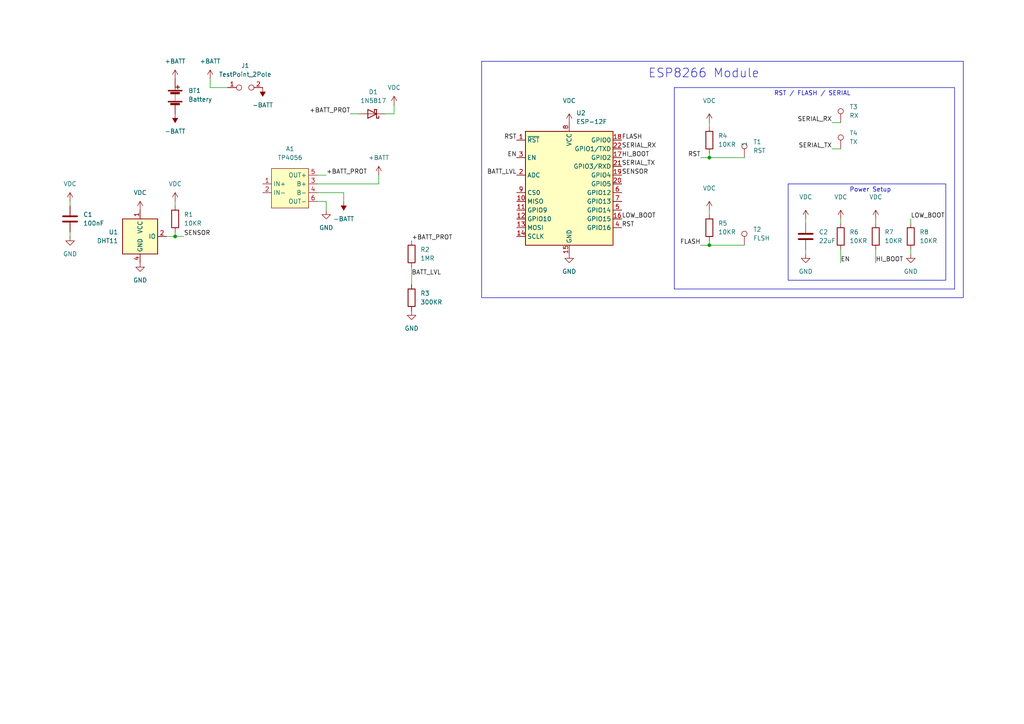
<source format=kicad_sch>
(kicad_sch (version 20230121) (generator eeschema)
  (paper "A4")
  (lib_symbols
    (symbol "Connector:TestPoint" (pin_numbers hide) (pin_names (offset 0.762) hide)
      (property "Reference" "TP" (at 0 6.858 0))
      (property "Value" "TestPoint" (at 0 5.08 0))
      (symbol "TestPoint_0_1"
        (circle (center 0 3.302) (radius 0.762))
      )
      (symbol "TestPoint_1_1"
        (pin passive line (at 0 0 90) (length 2.54) (name "1") (number "1"))
      )
    )
    (symbol "Connector:TestPoint_2Pole" (pin_names (offset 0.762) hide)
      (property "Reference" "TP" (at 0 1.524 0))
      (property "Value" "TestPoint_2Pole" (at 0 -1.778 0))
      (symbol "TestPoint_2Pole_0_1"
        (circle (center -1.778 0) (radius 0.762))
        (circle (center 1.778 0) (radius 0.762))
        (pin passive line (at -5.08 0 0) (length 2.54) (name "1") (number "1"))
        (pin passive line (at 5.08 0 180) (length 2.54) (name "2") (number "2"))
      )
    )
    (symbol "Device:Battery" (pin_numbers hide) (pin_names (offset 0) hide)
      (property "Reference" "BT" (at 2.54 2.54 0))
      (property "Value" "Battery" (at 2.54 0 0))
      (symbol "Battery_0_1"
        (rectangle (start -2.032 -1.397) (end 2.032 -1.651) (fill (type outline)))
        (rectangle (start -2.032 1.778) (end 2.032 1.524) (fill (type outline)))
        (rectangle (start -1.3208 -1.9812) (end 1.27 -2.4892) (fill (type outline)))
        (rectangle (start -1.3208 1.1938) (end 1.27 0.6858) (fill (type outline)))
        (polyline (pts (xy 0 -1.524) (xy 0 -1.27)))
        (polyline (pts (xy 0 -1.016) (xy 0 -0.762)))
        (polyline (pts (xy 0 -0.508) (xy 0 -0.254)))
        (polyline (pts (xy 0 0) (xy 0 0.254)))
        (polyline (pts (xy 0 0.508) (xy 0 0.762)))
        (polyline (pts (xy 0 1.778) (xy 0 2.54)))
        (polyline (pts (xy 0.254 2.667) (xy 1.27 2.667)) (stroke (width 0.254)))
        (polyline (pts (xy 0.762 3.175) (xy 0.762 2.159)) (stroke (width 0.254)))
      )
      (symbol "Battery_1_1"
        (pin passive line (at 0 5.08 270) (length 2.54) (name "+") (number "1"))
        (pin passive line (at 0 -5.08 90) (length 2.54) (name "-") (number "2"))
      )
    )
    (symbol "Device:C" (pin_numbers hide) (pin_names (offset 0.254))
      (property "Reference" "C" (at 0.635 2.54 0))
      (property "Value" "C" (at 0.635 -2.54 0))
      (symbol "C_0_1"
        (polyline (pts (xy -2.032 -0.762) (xy 2.032 -0.762)) (stroke (width 0.508)))
        (polyline (pts (xy -2.032 0.762) (xy 2.032 0.762)) (stroke (width 0.508)))
      )
      (symbol "C_1_1"
        (pin passive line (at 0 3.81 270) (length 2.794) (name "~") (number "1"))
        (pin passive line (at 0 -3.81 90) (length 2.794) (name "~") (number "2"))
      )
    )
    (symbol "Device:R" (pin_numbers hide) (pin_names (offset 0))
      (property "Reference" "R" (at 2.032 0 90))
      (property "Value" "R" (at 0 0 90))
      (symbol "R_0_1"
        (rectangle (start -1.016 -2.54) (end 1.016 2.54) (stroke (width 0.254)))
      )
      (symbol "R_1_1"
        (pin passive line (at 0 3.81 270) (length 1.27) (name "~") (number "1"))
        (pin passive line (at 0 -3.81 90) (length 1.27) (name "~") (number "2"))
      )
    )
    (symbol "Diode:1N5817" (pin_numbers hide) (pin_names (offset 1.016) hide)
      (property "Reference" "D" (at 0 2.54 0))
      (property "Value" "1N5817" (at 0 -2.54 0))
      (symbol "1N5817_0_1"
        (polyline (pts (xy 1.27 0) (xy -1.27 0)))
        (polyline (pts (xy 1.27 1.27) (xy 1.27 -1.27) (xy -1.27 0) (xy 1.27 1.27)) (stroke (width 0.254)))
        (polyline (pts (xy -1.905 0.635) (xy -1.905 1.27) (xy -1.27 1.27) (xy -1.27 -1.27) (xy -0.635 -1.27) (xy -0.635 -0.635)) (stroke (width 0.254)))
      )
      (symbol "1N5817_1_1"
        (pin passive line (at -3.81 0 0) (length 2.54) (name "K") (number "1"))
        (pin passive line (at 3.81 0 180) (length 2.54) (name "A") (number "2"))
      )
    )
    (symbol "RF_Module:ESP-12F"
      (property "Reference" "U" (at -12.7 19.05 0))
      (property "Value" "ESP-12F" (at 12.7 19.05 0))
      (symbol "ESP-12F_0_1"
        (rectangle (start -12.7 17.78) (end 12.7 -15.24) (stroke (width 0.254)) (fill (type background)))
      )
      (symbol "ESP-12F_1_1"
        (pin input line (at -15.24 15.24 0) (length 2.54) (name "~{RST}") (number "1"))
        (pin bidirectional line (at -15.24 -2.54 0) (length 2.54) (name "MISO") (number "10"))
        (pin bidirectional line (at -15.24 -5.08 0) (length 2.54) (name "GPIO9") (number "11"))
        (pin bidirectional line (at -15.24 -7.62 0) (length 2.54) (name "GPIO10") (number "12"))
        (pin bidirectional line (at -15.24 -10.16 0) (length 2.54) (name "MOSI") (number "13"))
        (pin bidirectional line (at -15.24 -12.7 0) (length 2.54) (name "SCLK") (number "14"))
        (pin power_in line (at 0 -17.78 90) (length 2.54) (name "GND") (number "15"))
        (pin bidirectional line (at 15.24 -7.62 180) (length 2.54) (name "GPIO15") (number "16"))
        (pin bidirectional line (at 15.24 10.16 180) (length 2.54) (name "GPIO2") (number "17"))
        (pin bidirectional line (at 15.24 15.24 180) (length 2.54) (name "GPIO0") (number "18"))
        (pin bidirectional line (at 15.24 5.08 180) (length 2.54) (name "GPIO4") (number "19"))
        (pin input line (at -15.24 5.08 0) (length 2.54) (name "ADC") (number "2"))
        (pin bidirectional line (at 15.24 2.54 180) (length 2.54) (name "GPIO5") (number "20"))
        (pin bidirectional line (at 15.24 7.62 180) (length 2.54) (name "GPIO3/RXD") (number "21"))
        (pin bidirectional line (at 15.24 12.7 180) (length 2.54) (name "GPIO1/TXD") (number "22"))
        (pin input line (at -15.24 10.16 0) (length 2.54) (name "EN") (number "3"))
        (pin bidirectional line (at 15.24 -10.16 180) (length 2.54) (name "GPIO16") (number "4"))
        (pin bidirectional line (at 15.24 -5.08 180) (length 2.54) (name "GPIO14") (number "5"))
        (pin bidirectional line (at 15.24 0 180) (length 2.54) (name "GPIO12") (number "6"))
        (pin bidirectional line (at 15.24 -2.54 180) (length 2.54) (name "GPIO13") (number "7"))
        (pin power_in line (at 0 20.32 270) (length 2.54) (name "VCC") (number "8"))
        (pin input line (at -15.24 0 0) (length 2.54) (name "CS0") (number "9"))
      )
    )
    (symbol "Sensor:DHT11"
      (property "Reference" "U" (at -3.81 6.35 0))
      (property "Value" "DHT11" (at 3.81 6.35 0))
      (symbol "DHT11_0_1"
        (rectangle (start -5.08 5.08) (end 5.08 -5.08) (stroke (width 0.254)) (fill (type background)))
      )
      (symbol "DHT11_1_1"
        (pin power_in line (at 0 7.62 270) (length 2.54) (name "VCC") (number "1"))
        (pin bidirectional line (at 7.62 0 180) (length 2.54) (name "IO") (number "2"))
        (pin no_connect line (at -5.08 0 0) (length 2.54) hide (name "NC") (number "3"))
        (pin power_in line (at 0 -7.62 90) (length 2.54) (name "GND") (number "4"))
      )
    )
    (symbol "TP4056:TP4056" (on_board no)
      (property "Reference" "A?" (at 0 8.89 0))
      (property "Value" "TP4056" (at 0 6.985 0))
      (symbol "TP4056_0_1"
        (rectangle (start 5.08 -5.715) (end -5.715 5.715) (fill (type background)))
      )
      (symbol "TP4056_1_1"
        (pin power_in line (at -8.255 1.27 0) (length 2.54) (name "IN+") (number "1"))
        (pin power_in line (at -8.255 -1.27 0) (length 2.54) (name "IN-") (number "2"))
        (pin power_in line (at 7.62 1.27 180) (length 2.54) (name "B+") (number "3"))
        (pin power_in line (at 7.62 -1.27 180) (length 2.54) (name "B-") (number "4"))
        (pin power_in line (at 7.62 3.81 180) (length 2.54) (name "OUT+") (number "5"))
        (pin power_in line (at 7.62 -3.81 180) (length 2.54) (name "OUT-") (number "6"))
      )
    )
    (symbol "TestPoint_1" (pin_numbers hide) (pin_names (offset 0.762))
      (property "Reference" "TP" (at 0 6.858 0))
      (property "Value" "TestPoint_1" (at 0 5.08 0))
      (symbol "TestPoint_1_0_1"
        (circle (center 0 3.302) (radius 0.762))
      )
      (symbol "TestPoint_1_1_1"
        (pin passive line (at 0 0 90) (length 2.54) (name "1") (number "1"))
      )
    )
    (symbol "power:+BATT" (power) (pin_names (offset 0))
      (property "Value" "+BATT" (at 0 3.556 0))
      (symbol "+BATT_0_1"
        (polyline (pts (xy -0.762 1.27) (xy 0 2.54)))
        (polyline (pts (xy 0 0) (xy 0 2.54)))
        (polyline (pts (xy 0 2.54) (xy 0.762 1.27)))
      )
      (symbol "+BATT_1_1"
        (pin power_in line (at 0 0 90) (length 0) hide (name "+BATT") (number "1"))
      )
    )
    (symbol "power:-BATT" (power) (pin_names (offset 0))
      (property "Value" "-BATT" (at 0 3.556 0))
      (symbol "-BATT_0_1"
        (polyline (pts (xy 0 0) (xy 0 2.54)))
        (polyline (pts (xy 0.762 1.27) (xy -0.762 1.27) (xy 0 2.54) (xy 0.762 1.27)) (fill (type outline)))
      )
      (symbol "-BATT_1_1"
        (pin power_in line (at 0 0 90) (length 0) hide (name "-BATT") (number "1"))
      )
    )
    (symbol "power:GND" (power) (pin_names (offset 0))
      (property "Value" "GND" (at 0 -3.81 0))
      (symbol "GND_0_1"
        (polyline (pts (xy 0 0) (xy 0 -1.27) (xy 1.27 -1.27) (xy 0 -2.54) (xy -1.27 -1.27) (xy 0 -1.27)))
      )
      (symbol "GND_1_1"
        (pin power_in line (at 0 0 270) (length 0) hide (name "GND") (number "1"))
      )
    )
    (symbol "power:VDC" (power) (pin_names (offset 0))
      (property "Value" "VDC" (at 0 6.35 0))
      (symbol "VDC_0_1"
        (polyline (pts (xy -0.762 1.27) (xy 0 2.54)))
        (polyline (pts (xy 0 0) (xy 0 2.54)))
        (polyline (pts (xy 0 2.54) (xy 0.762 1.27)))
      )
      (symbol "VDC_1_1"
        (pin power_in line (at 0 0 90) (length 0) hide (name "VDC") (number "1"))
      )
    )
  )
  (junction (at 205.74 45.72))
  (junction (at 50.8 68.58))
  (junction (at 205.74 71.12))
  (wire (pts (xy 264.16 72.39) (xy 264.16 73.66)))
  (polyline (pts (xy 279.4 17.78) (xy 139.7 17.78)))
  (wire (pts (xy 20.32 58.42) (xy 20.32 59.69)))
  (polyline (pts (xy 139.7 86.36) (xy 279.4 86.36)))
  (wire (pts (xy 92.075 53.34) (xy 109.855 53.34)))
  (wire (pts (xy 203.2 71.12) (xy 205.74 71.12)))
  (wire (pts (xy 92.075 50.8) (xy 94.615 50.8)))
  (polyline (pts (xy 274.32 81.28) (xy 274.32 53.34)))
  (wire (pts (xy 114.3 33.02) (xy 114.3 30.48)))
  (wire (pts (xy 203.2 45.72) (xy 205.74 45.72)))
  (wire (pts (xy 205.74 71.12) (xy 215.9 71.12)))
  (wire (pts (xy 50.8 67.31) (xy 50.8 68.58)))
  (wire (pts (xy 205.74 60.96) (xy 205.74 62.23)))
  (wire (pts (xy 50.8 68.58) (xy 48.26 68.58)))
  (wire (pts (xy 101.6 33.02) (xy 104.14 33.02)))
  (polyline (pts (xy 195.58 25.4) (xy 276.86 25.4)))
  (wire (pts (xy 119.38 77.47) (xy 119.38 82.55)))
  (wire (pts (xy 243.84 63.5) (xy 243.84 64.77)))
  (wire (pts (xy 99.695 55.88) (xy 99.695 58.42)))
  (polyline (pts (xy 276.86 83.82) (xy 276.86 25.4)))
  (wire (pts (xy 264.16 63.5) (xy 264.16 64.77)))
  (wire (pts (xy 254 72.39) (xy 254 76.2)))
  (wire (pts (xy 60.96 22.86) (xy 60.96 25.4)))
  (wire (pts (xy 233.68 72.39) (xy 233.68 73.66)))
  (polyline (pts (xy 254 53.34) (xy 274.32 53.34)))
  (wire (pts (xy 50.8 68.58) (xy 53.34 68.58)))
  (wire (pts (xy 92.075 58.42) (xy 94.615 58.42)))
  (wire (pts (xy 94.615 58.42) (xy 94.615 60.96)))
  (wire (pts (xy 205.74 35.56) (xy 205.74 36.83)))
  (polyline (pts (xy 254 53.34) (xy 228.6 53.34)))
  (wire (pts (xy 205.74 44.45) (xy 205.74 45.72)))
  (wire (pts (xy 254 63.5) (xy 254 64.77)))
  (wire (pts (xy 109.855 53.34) (xy 109.855 50.8)))
  (wire (pts (xy 92.075 55.88) (xy 99.695 55.88)))
  (wire (pts (xy 233.68 63.5) (xy 233.68 64.77)))
  (wire (pts (xy 243.84 72.39) (xy 243.84 76.2)))
  (polyline (pts (xy 195.58 83.82) (xy 276.86 83.82)))
  (polyline (pts (xy 279.4 17.78) (xy 279.4 86.36)))
  (wire (pts (xy 111.76 33.02) (xy 114.3 33.02)))
  (polyline (pts (xy 228.6 53.34) (xy 228.6 81.28)))
  (wire (pts (xy 205.74 45.72) (xy 215.9 45.72)))
  (wire (pts (xy 60.96 25.4) (xy 66.04 25.4)))
  (wire (pts (xy 241.3 35.56) (xy 243.84 35.56)))
  (polyline (pts (xy 228.6 81.28) (xy 274.32 81.28)))
  (polyline (pts (xy 195.58 25.4) (xy 195.58 83.82)))
  (polyline (pts (xy 139.7 17.78) (xy 139.7 86.36)))
  (wire (pts (xy 241.3 43.18) (xy 243.84 43.18)))
  (wire (pts (xy 20.32 67.31) (xy 20.32 68.58)))
  (wire (pts (xy 205.74 69.85) (xy 205.74 71.12)))
  (wire (pts (xy 50.8 58.42) (xy 50.8 59.69)))
  (text "Power Setup" (at 246.38 55.88 0) (effects (font (size 1.27 1.27)) (justify left bottom)))
  (text " RST / FLASH / SERIAL" (at 223.52 27.94 0) (effects (font (size 1.27 1.27)) (justify left bottom)))
  (text "ESP8266 Module" (at 187.96 22.86 0) (effects (font (size 2.54 2.54)) (justify left bottom)))
  (label "SERIAL_TX" (at 241.3 43.18 180))
  (label "EN" (at 149.86 45.72 180))
  (label "BATT_LVL" (at 149.86 50.8 180))
  (label "LOW_BOOT" (at 180.34 63.5 0))
  (label "FLASH" (at 203.2 71.12 180))
  (label "SENSOR" (at 180.34 50.8 0))
  (label "RST" (at 180.34 66.04 0))
  (label "SERIAL_RX" (at 180.34 43.18 0))
  (label "SENSOR" (at 53.34 68.58 0))
  (label "RST" (at 203.2 45.72 180))
  (label "SERIAL_TX" (at 180.34 48.26 0))
  (label "SERIAL_RX" (at 241.3 35.56 180))
  (label "+BATT_PROT" (at 101.6 33.02 180))
  (label "+BATT_PROT" (at 94.615 50.8 0))
  (label "FLASH" (at 180.34 40.64 0))
  (label "+BATT_PROT" (at 119.38 69.85 0))
  (label "EN" (at 243.84 76.2 0))
  (label "LOW_BOOT" (at 264.16 63.5 0))
  (label "BATT_LVL" (at 119.38 80.01 0))
  (label "RST" (at 149.86 40.64 180))
  (label "HI_BOOT" (at 254 76.2 0))
  (label "HI_BOOT" (at 180.34 45.72 0))
  (symbol (lib_id "power:GND") (at 40.64 76.2 0) (unit 1)
    (property "Reference" "#PWR04" (effects hide))
    (property "Value" "GND" (at 40.64 81.28 0))
  )
  (symbol (lib_id "Device:R") (at 119.38 86.36 0) (unit 1)
    (property "Reference" "R3" (at 121.92 85.0899 0) (effects (justify left)))
    (property "Value" "300KR" (at 121.92 87.6299 0) (effects (justify left)))
    (property "Footprint" "Resistor_SMD:R_0805_2012Metric" (effects hide))
  )
  (symbol (lib_id "power:VDC") (at 40.64 60.96 0) (unit 1)
    (property "Reference" "#PWR03" (effects hide))
    (property "Value" "VDC" (at 40.64 55.88 0))
  )
  (symbol (lib_id "Device:C") (at 20.32 63.5 0) (unit 1)
    (property "Reference" "C1" (at 24.13 62.2299 0) (effects (justify left)))
    (property "Value" "100nF" (at 24.13 64.7699 0) (effects (justify left)))
    (property "Footprint" "Capacitor_SMD:C_0805_2012Metric" (effects hide))
  )
  (symbol (lib_id "power:GND") (at 165.1 73.66 0) (unit 1)
    (property "Reference" "#PWR017" (effects hide))
    (property "Value" "GND" (at 165.1 78.74 0))
  )
  (symbol (lib_id "Device:R") (at 119.38 73.66 0) (unit 1)
    (property "Reference" "R2" (at 121.92 72.3899 0) (effects (justify left)))
    (property "Value" "1MR" (at 121.92 74.9299 0) (effects (justify left)))
    (property "Footprint" "Resistor_SMD:R_0805_2012Metric" (effects hide))
  )
  (symbol (lib_id "Connector:TestPoint") (at 215.9 71.12 0) (unit 1)
    (property "Reference" "T2" (at 218.44 66.5479 0) (effects (justify left)))
    (property "Value" "FLSH" (at 218.44 69.0879 0) (effects (justify left)))
    (property "Footprint" "TestPoint:TestPoint_Pad_D1.5mm" (effects hide))
  )
  (symbol (lib_id "TP4056:TP4056") (at 84.455 54.61 0) (unit 1)
    (property "Reference" "A1" (at 84.1375 43.18 0))
    (property "Value" "TP4056" (at 84.1375 45.72 0))
    (property "Footprint" "TP4056-mod:TP4056-mod" (effects hide))
  )
  (symbol (lib_id "power:VDC") (at 205.74 60.96 0) (unit 1)
    (property "Reference" "#PWR019" (effects hide))
    (property "Value" "VDC" (at 205.74 54.61 0))
  )
  (symbol (lib_id "power:+BATT") (at 109.855 50.8 0) (unit 1)
    (property "Reference" "#PWR013" (effects hide))
    (property "Value" "+BATT" (at 109.855 45.72 0))
  )
  (symbol (lib_id "power:VDC") (at 243.84 63.5 0) (unit 1)
    (property "Reference" "#PWR022" (effects hide))
    (property "Value" "VDC" (at 243.84 57.15 0))
  )
  (symbol (lib_id "power:VDC") (at 254 63.5 0) (unit 1)
    (property "Reference" "#PWR023" (effects hide))
    (property "Value" "VDC" (at 254 57.15 0))
  )
  (symbol (lib_id "power:GND") (at 94.615 60.96 0) (unit 1)
    (property "Reference" "#PWR011" (effects hide))
    (property "Value" "GND" (at 94.615 66.04 0))
  )
  (symbol (lib_id "Sensor:DHT11") (at 40.64 68.58 0) (unit 1)
    (property "Reference" "U1" (at 34.29 67.3099 0) (effects (justify right)))
    (property "Value" "DHT11" (at 34.29 69.8499 0) (effects (justify right)))
    (property "Footprint" "Sensor:Aosong_DHT11_5.5x12.0_P2.54mm" (effects hide))
    (property "Datasheet" "http://akizukidenshi.com/download/ds/aosong/DHT11.pdf" (effects hide))
  )
  (symbol (lib_id "Device:R") (at 254 68.58 0) (unit 1)
    (property "Reference" "R7" (at 256.54 67.3099 0) (effects (justify left)))
    (property "Value" "10KR" (at 256.54 69.8499 0) (effects (justify left)))
    (property "Footprint" "Resistor_SMD:R_0805_2012Metric" (effects hide))
  )
  (symbol (lib_id "Diode:1N5817") (at 107.95 33.02 180) (unit 1)
    (property "Reference" "D1" (at 108.2675 26.67 0))
    (property "Value" "1N5817" (at 108.2675 29.21 0))
    (property "Footprint" "Diode_THT:D_DO-41_SOD81_P10.16mm_Horizontal" (effects hide))
    (property "Datasheet" "http://www.vishay.com/docs/88525/1n5817.pdf" (effects hide))
  )
  (symbol (lib_id "power:+BATT") (at 60.96 22.86 0) (unit 1)
    (property "Reference" "#PWR08" (effects hide))
    (property "Value" "+BATT" (at 60.96 17.78 0))
  )
  (symbol (lib_id "Device:R") (at 205.74 66.04 0) (unit 1)
    (property "Reference" "R5" (at 208.28 64.7699 0) (effects (justify left)))
    (property "Value" "10KR" (at 208.28 67.3099 0) (effects (justify left)))
    (property "Footprint" "Resistor_SMD:R_0805_2012Metric" (effects hide))
  )
  (symbol (lib_id "power:VDC") (at 233.68 63.5 0) (unit 1)
    (property "Reference" "#PWR020" (effects hide))
    (property "Value" "VDC" (at 233.68 57.15 0))
  )
  (symbol (lib_id "Device:C") (at 233.68 68.58 180) (unit 1)
    (property "Reference" "C2" (at 237.49 67.3099 0) (effects (justify right)))
    (property "Value" "22uF" (at 237.49 69.8499 0) (effects (justify right)))
    (property "Footprint" "Capacitor_SMD:C_1206_3216Metric" (effects hide))
  )
  (symbol (lib_id "power:GND") (at 264.16 73.66 0) (unit 1)
    (property "Reference" "#PWR024" (effects hide))
    (property "Value" "GND" (at 264.16 78.74 0))
  )
  (symbol (lib_id "Connector:TestPoint") (at 243.84 43.18 0) (unit 1)
    (property "Reference" "T4" (at 246.38 38.6079 0) (effects (justify left)))
    (property "Value" "TX" (at 246.38 41.1479 0) (effects (justify left)))
    (property "Footprint" "TestPoint:TestPoint_Pad_D1.5mm" (effects hide))
  )
  (symbol (lib_id "power:VDC") (at 205.74 35.56 0) (unit 1)
    (property "Reference" "#PWR018" (effects hide))
    (property "Value" "VDC" (at 205.74 29.21 0))
  )
  (symbol (lib_id "Device:R") (at 243.84 68.58 0) (unit 1)
    (property "Reference" "R6" (at 246.38 67.3099 0) (effects (justify left)))
    (property "Value" "10KR" (at 246.38 69.8499 0) (effects (justify left)))
    (property "Footprint" "Resistor_SMD:R_0805_2012Metric" (effects hide))
  )
  (symbol (lib_id "power:-BATT") (at 50.8 33.02 180) (unit 1)
    (property "Reference" "#PWR06" (effects hide))
    (property "Value" "-BATT" (at 50.8 38.1 0))
  )
  (symbol (lib_id "power:GND") (at 233.68 73.66 0) (unit 1)
    (property "Reference" "#PWR021" (effects hide))
    (property "Value" "GND" (at 233.68 78.74 0))
  )
  (symbol (lib_id "Device:Battery") (at 50.8 27.94 0) (unit 1)
    (property "Reference" "BT1" (at 54.61 26.2889 0) (effects (justify left)))
    (property "Value" "Battery" (at 54.61 28.8289 0) (effects (justify left)))
    (property "Footprint" "Battery:BatteryHolder_MPD_BH-18650-PC2" (effects hide))
  )
  (symbol (lib_id "power:VDC") (at 50.8 58.42 0) (unit 1)
    (property "Reference" "#PWR07" (effects hide))
    (property "Value" "VDC" (at 50.8 53.34 0))
  )
  (symbol (lib_id "power:GND") (at 20.32 68.58 0) (unit 1)
    (property "Reference" "#PWR02" (effects hide))
    (property "Value" "GND" (at 20.32 73.66 0))
  )
  (symbol (lib_id "Device:R") (at 205.74 40.64 0) (unit 1)
    (property "Reference" "R4" (at 208.28 39.3699 0) (effects (justify left)))
    (property "Value" "10KR" (at 208.28 41.9099 0) (effects (justify left)))
    (property "Footprint" "Resistor_SMD:R_0805_2012Metric" (effects hide))
  )
  (symbol (lib_id "power:VDC") (at 20.32 58.42 0) (unit 1)
    (property "Reference" "#PWR01" (effects hide))
    (property "Value" "VDC" (at 20.32 53.34 0))
  )
  (symbol (lib_id "Connector:TestPoint_2Pole") (at 71.12 25.4 0) (unit 1)
    (property "Reference" "J1" (at 71.12 19.05 0))
    (property "Value" "TestPoint_2Pole" (at 71.12 21.59 0))
    (property "Footprint" "TestPoint:TestPoint_2Pads_Pitch2.54mm_Drill0.8mm" (effects hide))
  )
  (symbol (lib_id "power:-BATT") (at 99.695 58.42 180) (unit 1)
    (property "Reference" "#PWR012" (effects hide))
    (property "Value" "-BATT" (at 99.695 63.5 0))
  )
  (symbol (lib_id "power:+BATT") (at 50.8 22.86 0) (unit 1)
    (property "Reference" "#PWR05" (effects hide))
    (property "Value" "+BATT" (at 50.8 17.78 0))
  )
  (symbol (lib_id "Connector:TestPoint") (at 243.84 35.56 0) (unit 1)
    (property "Reference" "T3" (at 246.38 30.9879 0) (effects (justify left)))
    (property "Value" "RX" (at 246.38 33.5279 0) (effects (justify left)))
    (property "Footprint" "TestPoint:TestPoint_Pad_D1.5mm" (effects hide))
  )
  (symbol (lib_id "power:-BATT") (at 76.2 25.4 180) (unit 1)
    (property "Reference" "#PWR09" (effects hide))
    (property "Value" "-BATT" (at 76.2 30.48 0))
  )
  (symbol (lib_id "RF_Module:ESP-12F") (at 165.1 55.88 0) (unit 1)
    (property "Reference" "U2" (at 167.1194 32.766 0) (effects (justify left)))
    (property "Value" "ESP-12F" (at 167.1194 35.306 0) (effects (justify left)))
    (property "Footprint" "RF_Module:ESP-12E" (effects hide))
    (property "Datasheet" "http://wiki.ai-thinker.com/_media/esp8266/esp8266_series_modules_user_manual_v1.1.pdf" (effects hide))
  )
  (symbol (lib_id "power:VDC") (at 114.3 30.48 0) (unit 1)
    (property "Reference" "#PWR014" (effects hide))
    (property "Value" "VDC" (at 114.3 25.4 0))
  )
  (symbol (lib_id "power:GND") (at 119.38 90.17 0) (unit 1)
    (property "Reference" "#PWR015" (effects hide))
    (property "Value" "GND" (at 119.38 95.25 0))
  )
  (symbol (lib_id "Device:R") (at 264.16 68.58 0) (unit 1)
    (property "Reference" "R8" (at 266.7 67.3099 0) (effects (justify left)))
    (property "Value" "10KR" (at 266.7 69.8499 0) (effects (justify left)))
    (property "Footprint" "Resistor_SMD:R_0805_2012Metric" (effects hide))
  )
  (symbol (lib_name "TestPoint_1") (lib_id "Connector:TestPoint") (at 215.9 45.72 0) (unit 1)
    (property "Reference" "T1" (at 218.44 41.1479 0) (effects (justify left)))
    (property "Value" "RST" (at 218.44 43.6879 0) (effects (justify left)))
    (property "Footprint" "TestPoint:TestPoint_Pad_D1.5mm" (effects hide))
  )
  (symbol (lib_id "Device:R") (at 50.8 63.5 0) (unit 1)
    (property "Reference" "R1" (at 53.34 62.2299 0) (effects (justify left)))
    (property "Value" "10KR" (at 53.34 64.7699 0) (effects (justify left)))
    (property "Footprint" "Resistor_SMD:R_0805_2012Metric" (effects hide))
  )
  (symbol (lib_id "power:VDC") (at 165.1 35.56 0) (unit 1)
    (property "Reference" "#PWR016" (effects hide))
    (property "Value" "VDC" (at 165.1 29.21 0))
  )
)
</source>
